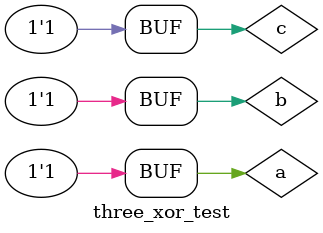
<source format=v>
`timescale 1ns / 1ps


module three_xor_test;

	// Inputs
	reg a;
	reg b;
	reg c;

	// Outputs
	wire d;

	// Instantiate the Unit Under Test (UUT)
	three_xor x1(a,b,c,d);

	initial begin
		// Initialize Inputs
		a = 0;
		b = 0;
		c = 0;

		// Wait 100 ns for global reset to finish
		#100;
        
	  	   #110
			a=0;
			b=0;
			c=1;
			
			#120
			a=0;
			b=1;
			c=0;
			
			#130
			a=0;
			b=1;
			c=1;
			
			#140
			a=1;
			b=0;
			c=0;
			
			#150
			a=1;
			b=0;
			c=1;
			
			#160
			a=1;
			b=1;
			c=0; 
			
			#170
			a=1;
			b=1;
			c=1;
			
			$monitor("a=%b b=%b c=%b d=%b",a,b,c,d);
			
			
			
		// Add stimulus here

	end
      
endmodule


</source>
